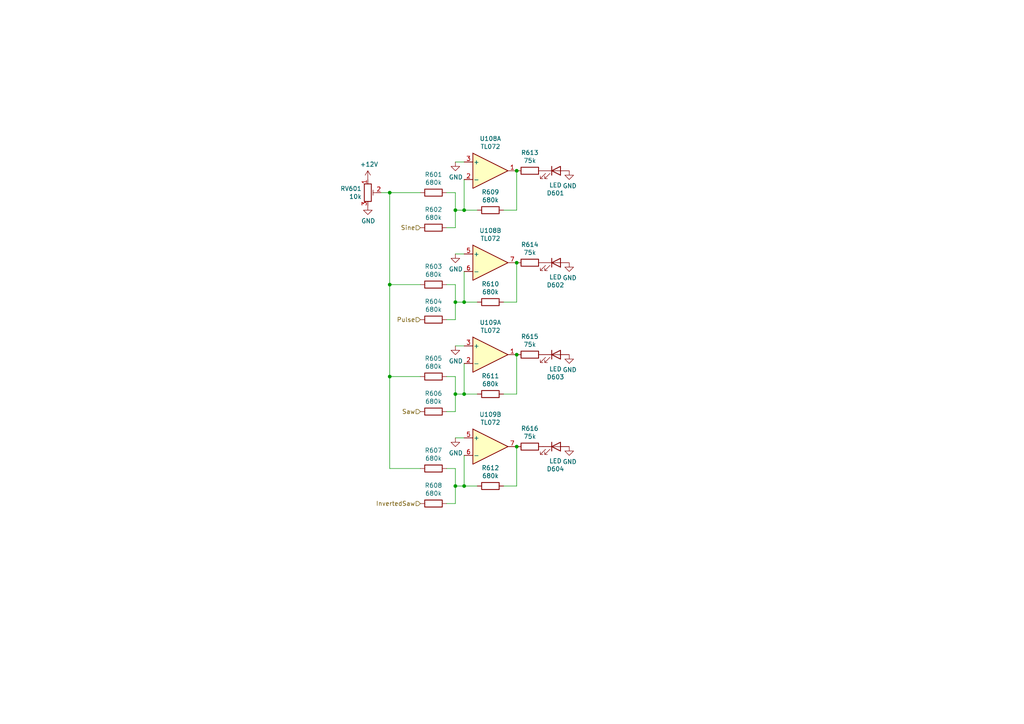
<source format=kicad_sch>
(kicad_sch (version 20211123) (generator eeschema)
  (paper "A4")
  (title_block (title "VCO") (date "2021-06-10") (rev "1.0"))
  (lib_symbols
    (symbol "Amplifier_Operational:TL072" (pin_names (offset 0.127))
      (property "Reference" "U" (at 0 5.08 0))
      (property "Value" "TL072" (at 0 -5.08 0))
      (symbol "TL072_1_1"
        (polyline (pts (xy -5.08 5.08) (xy 5.08 0) (xy -5.08 -5.08) (xy -5.08 5.08)) (stroke (width 0.254)) (fill (type background)))
        (pin output line (at 7.62 0 180) (length 2.54) (name "~") (number "1"))
        (pin input line (at -7.62 -2.54 0) (length 2.54) (name "-") (number "2"))
        (pin input line (at -7.62 2.54 0) (length 2.54) (name "+") (number "3"))
      )
      (symbol "TL072_2_1"
        (polyline (pts (xy -5.08 5.08) (xy 5.08 0) (xy -5.08 -5.08) (xy -5.08 5.08)) (stroke (width 0.254)) (fill (type background)))
        (pin input line (at -7.62 2.54 0) (length 2.54) (name "+") (number "5"))
        (pin input line (at -7.62 -2.54 0) (length 2.54) (name "-") (number "6"))
        (pin output line (at 7.62 0 180) (length 2.54) (name "~") (number "7"))
      )
      (symbol "TL072_3_1"
        (pin power_in line (at -2.54 -7.62 90) (length 3.81) (name "V-") (number "4"))
        (pin power_in line (at -2.54 7.62 270) (length 3.81) (name "V+") (number "8"))
      )
    )
    (symbol "Device:LED" (pin_numbers hide) (pin_names (offset 1.016) hide)
      (property "Reference" "D" (at 0 2.54 0))
      (property "Value" "LED" (at 0 -2.54 0))
      (symbol "LED_0_1"
        (polyline (pts (xy -1.27 -1.27) (xy -1.27 1.27)) (stroke (width 0.254)))
        (polyline (pts (xy -1.27 0) (xy 1.27 0)))
        (polyline (pts (xy 1.27 -1.27) (xy 1.27 1.27) (xy -1.27 0) (xy 1.27 -1.27)) (stroke (width 0.254)))
        (polyline (pts (xy -3.048 -0.762) (xy -4.572 -2.286) (xy -3.81 -2.286) (xy -4.572 -2.286) (xy -4.572 -1.524)))
        (polyline (pts (xy -1.778 -0.762) (xy -3.302 -2.286) (xy -2.54 -2.286) (xy -3.302 -2.286) (xy -3.302 -1.524)))
      )
      (symbol "LED_1_1"
        (pin passive line (at -3.81 0 0) (length 2.54) (name "K") (number "1"))
        (pin passive line (at 3.81 0 180) (length 2.54) (name "A") (number "2"))
      )
    )
    (symbol "Device:R" (pin_numbers hide) (pin_names (offset 0))
      (property "Reference" "R" (at 2.032 0 90))
      (property "Value" "R" (at 0 0 90))
      (symbol "R_0_1"
        (rectangle (start -1.016 -2.54) (end 1.016 2.54) (stroke (width 0.254)))
      )
      (symbol "R_1_1"
        (pin passive line (at 0 3.81 270) (length 1.27) (name "~") (number "1"))
        (pin passive line (at 0 -3.81 90) (length 1.27) (name "~") (number "2"))
      )
    )
    (symbol "Device:R_Potentiometer_Trim" (pin_names (offset 1.016) hide)
      (property "Reference" "RV" (at -4.445 0 90))
      (property "Value" "R_Potentiometer_Trim" (at -2.54 0 90))
      (symbol "R_Potentiometer_Trim_0_1"
        (polyline (pts (xy 1.524 0.762) (xy 1.524 -0.762)))
        (polyline (pts (xy 2.54 0) (xy 1.524 0)))
        (rectangle (start 1.016 2.54) (end -1.016 -2.54) (stroke (width 0.254)))
      )
      (symbol "R_Potentiometer_Trim_1_1"
        (pin passive line (at 0 3.81 270) (length 1.27) (name "1") (number "1"))
        (pin passive line (at 3.81 0 180) (length 1.27) (name "2") (number "2"))
        (pin passive line (at 0 -3.81 90) (length 1.27) (name "3") (number "3"))
      )
    )
    (symbol "power:+12V" (power) (pin_names (offset 0))
      (property "Value" "+12V" (at 0 3.556 0))
      (symbol "+12V_0_1"
        (polyline (pts (xy -0.762 1.27) (xy 0 2.54)))
        (polyline (pts (xy 0 0) (xy 0 2.54)))
        (polyline (pts (xy 0 2.54) (xy 0.762 1.27)))
      )
      (symbol "+12V_1_1"
        (pin power_in line (at 0 0 90) (length 0) hide (name "+12V") (number "1"))
      )
    )
    (symbol "power:GND" (power) (pin_names (offset 0))
      (property "Value" "GND" (at 0 -3.81 0))
      (symbol "GND_0_1"
        (polyline (pts (xy 0 0) (xy 0 -1.27) (xy 1.27 -1.27) (xy 0 -2.54) (xy -1.27 -1.27) (xy 0 -1.27)))
      )
      (symbol "GND_1_1"
        (pin power_in line (at 0 0 270) (length 0) hide (name "GND") (number "1"))
      )
    )
  )
  (junction (at 113.03 55.88))
  (junction (at 134.62 114.3))
  (junction (at 134.62 140.97))
  (junction (at 134.62 60.96))
  (junction (at 113.03 109.22))
  (junction (at 149.86 102.87))
  (junction (at 134.62 87.63))
  (junction (at 149.86 129.54))
  (junction (at 149.86 76.2))
  (junction (at 149.86 49.53))
  (junction (at 113.03 82.55))
  (junction (at 132.08 87.63))
  (junction (at 132.08 114.3))
  (junction (at 132.08 60.96))
  (junction (at 132.08 140.97))
  (wire (pts (xy 134.62 140.97) (xy 138.43 140.97)))
  (wire (pts (xy 129.54 82.55) (xy 132.08 82.55)))
  (wire (pts (xy 132.08 60.96) (xy 134.62 60.96)))
  (wire (pts (xy 132.08 46.99) (xy 134.62 46.99)))
  (wire (pts (xy 132.08 114.3) (xy 132.08 119.38)))
  (wire (pts (xy 149.86 60.96) (xy 149.86 49.53)))
  (wire (pts (xy 132.08 87.63) (xy 132.08 92.71)))
  (wire (pts (xy 134.62 52.07) (xy 134.62 60.96)))
  (wire (pts (xy 132.08 66.04) (xy 129.54 66.04)))
  (wire (pts (xy 129.54 135.89) (xy 132.08 135.89)))
  (wire (pts (xy 132.08 92.71) (xy 129.54 92.71)))
  (wire (pts (xy 132.08 114.3) (xy 134.62 114.3)))
  (wire (pts (xy 146.05 140.97) (xy 149.86 140.97)))
  (wire (pts (xy 134.62 78.74) (xy 134.62 87.63)))
  (wire (pts (xy 132.08 100.33) (xy 134.62 100.33)))
  (wire (pts (xy 134.62 132.08) (xy 134.62 140.97)))
  (wire (pts (xy 134.62 105.41) (xy 134.62 114.3)))
  (wire (pts (xy 132.08 146.05) (xy 129.54 146.05)))
  (wire (pts (xy 113.03 82.55) (xy 113.03 109.22)))
  (wire (pts (xy 113.03 135.89) (xy 121.92 135.89)))
  (wire (pts (xy 129.54 55.88) (xy 132.08 55.88)))
  (wire (pts (xy 113.03 109.22) (xy 113.03 135.89)))
  (wire (pts (xy 121.92 55.88) (xy 113.03 55.88)))
  (wire (pts (xy 132.08 140.97) (xy 132.08 146.05)))
  (wire (pts (xy 113.03 109.22) (xy 121.92 109.22)))
  (wire (pts (xy 134.62 87.63) (xy 138.43 87.63)))
  (wire (pts (xy 132.08 109.22) (xy 132.08 114.3)))
  (wire (pts (xy 146.05 60.96) (xy 149.86 60.96)))
  (wire (pts (xy 149.86 114.3) (xy 149.86 102.87)))
  (wire (pts (xy 132.08 60.96) (xy 132.08 66.04)))
  (wire (pts (xy 132.08 73.66) (xy 134.62 73.66)))
  (wire (pts (xy 132.08 119.38) (xy 129.54 119.38)))
  (wire (pts (xy 132.08 55.88) (xy 132.08 60.96)))
  (wire (pts (xy 132.08 127) (xy 134.62 127)))
  (wire (pts (xy 110.49 55.88) (xy 113.03 55.88)))
  (wire (pts (xy 134.62 114.3) (xy 138.43 114.3)))
  (wire (pts (xy 134.62 60.96) (xy 138.43 60.96)))
  (wire (pts (xy 113.03 82.55) (xy 121.92 82.55)))
  (wire (pts (xy 132.08 87.63) (xy 134.62 87.63)))
  (wire (pts (xy 113.03 55.88) (xy 113.03 82.55)))
  (wire (pts (xy 132.08 82.55) (xy 132.08 87.63)))
  (wire (pts (xy 149.86 140.97) (xy 149.86 129.54)))
  (wire (pts (xy 132.08 140.97) (xy 134.62 140.97)))
  (wire (pts (xy 149.86 87.63) (xy 149.86 76.2)))
  (wire (pts (xy 146.05 87.63) (xy 149.86 87.63)))
  (wire (pts (xy 146.05 114.3) (xy 149.86 114.3)))
  (wire (pts (xy 129.54 109.22) (xy 132.08 109.22)))
  (wire (pts (xy 132.08 135.89) (xy 132.08 140.97)))
  (hierarchical_label "InvertedSaw" (shape input) (at 121.92 146.05 180))
  (hierarchical_label "Saw" (shape input) (at 121.92 119.38 180))
  (hierarchical_label "Sine" (shape input) (at 121.92 66.04 180))
  (hierarchical_label "Pulse" (shape input) (at 121.92 92.71 180))
  (symbol (lib_id "Amplifier_Operational:TL072") (at 142.24 49.53 0) (unit 1)
    (property "Reference" "U108" (at 142.24 40.2082 0))
    (property "Value" "TL072" (at 142.24 42.5196 0))
    (property "Footprint" "Package_DIP:DIP-8_W7.62mm_Socket" (effects hide))
    (property "Datasheet" "http://www.ti.com/lit/ds/symlink/tl071.pdf" (effects hide))
  )
  (symbol (lib_id "Device:R") (at 142.24 60.96 270) (unit 1)
    (property "Reference" "R609" (at 142.24 55.7022 90))
    (property "Value" "680k" (at 142.24 58.0136 90))
    (property "Footprint" "Resistor_THT:R_Axial_DIN0207_L6.3mm_D2.5mm_P7.62mm_Horizontal" (effects hide))
  )
  (symbol (lib_id "Device:R") (at 153.67 49.53 270) (unit 1)
    (property "Reference" "R613" (at 153.67 44.2722 90))
    (property "Value" "75k" (at 153.67 46.5836 90))
    (property "Footprint" "Resistor_THT:R_Axial_DIN0207_L6.3mm_D2.5mm_P7.62mm_Horizontal" (effects hide))
  )
  (symbol (lib_id "Device:R") (at 125.73 55.88 270) (unit 1)
    (property "Reference" "R601" (at 125.73 50.6222 90))
    (property "Value" "680k" (at 125.73 52.9336 90))
    (property "Footprint" "Resistor_THT:R_Axial_DIN0207_L6.3mm_D2.5mm_P7.62mm_Horizontal" (effects hide))
  )
  (symbol (lib_id "power:GND") (at 132.08 46.99 0) (unit 1)
    (property "Reference" "#PWR0603" (effects hide))
    (property "Value" "GND" (at 132.207 51.3842 0))
  )
  (symbol (lib_id "Device:R") (at 125.73 66.04 270) (unit 1)
    (property "Reference" "R602" (at 125.73 60.7822 90))
    (property "Value" "680k" (at 125.73 63.0936 90))
    (property "Footprint" "Resistor_THT:R_Axial_DIN0207_L6.3mm_D2.5mm_P7.62mm_Horizontal" (effects hide))
  )
  (symbol (lib_id "Device:LED") (at 161.29 49.53 0) (unit 1)
    (property "Reference" "D601" (at 161.1122 56.007 0))
    (property "Value" "LED" (at 161.1122 53.6956 0))
    (property "Footprint" "LED_THT:LED_D5.0mm" (effects hide))
  )
  (symbol (lib_id "power:GND") (at 165.1 49.53 0) (unit 1)
    (property "Reference" "#PWR0607" (effects hide))
    (property "Value" "GND" (at 165.227 53.9242 0))
  )
  (symbol (lib_id "power:+12V") (at 106.68 52.07 0) (unit 1)
    (property "Reference" "#PWR0601" (effects hide))
    (property "Value" "+12V" (at 107.061 47.6758 0))
  )
  (symbol (lib_id "power:GND") (at 106.68 59.69 0) (unit 1)
    (property "Reference" "#PWR0602" (effects hide))
    (property "Value" "GND" (at 106.807 64.0842 0))
  )
  (symbol (lib_id "Device:R_Potentiometer_Trim") (at 106.68 55.88 0) (unit 1)
    (property "Reference" "RV601" (at 104.902 54.7116 0) (effects (justify right)))
    (property "Value" "10k" (at 104.902 57.023 0) (effects (justify right)))
    (property "Footprint" "Custom:Potentiometer_Runtron_RM-065_Vertical_Improved" (effects hide))
  )
  (symbol (lib_id "Amplifier_Operational:TL072") (at 142.24 76.2 0) (unit 2)
    (property "Reference" "U108" (at 142.24 66.8782 0))
    (property "Value" "TL072" (at 142.24 69.1896 0))
    (property "Footprint" "Package_DIP:DIP-8_W7.62mm_Socket" (effects hide))
    (property "Datasheet" "http://www.ti.com/lit/ds/symlink/tl071.pdf" (effects hide))
  )
  (symbol (lib_id "Device:R") (at 142.24 87.63 270) (unit 1)
    (property "Reference" "R610" (at 142.24 82.3722 90))
    (property "Value" "680k" (at 142.24 84.6836 90))
    (property "Footprint" "Resistor_THT:R_Axial_DIN0207_L6.3mm_D2.5mm_P7.62mm_Horizontal" (effects hide))
  )
  (symbol (lib_id "Device:R") (at 153.67 76.2 270) (unit 1)
    (property "Reference" "R614" (at 153.67 70.9422 90))
    (property "Value" "75k" (at 153.67 73.2536 90))
    (property "Footprint" "Resistor_THT:R_Axial_DIN0207_L6.3mm_D2.5mm_P7.62mm_Horizontal" (effects hide))
  )
  (symbol (lib_id "Device:R") (at 125.73 82.55 270) (unit 1)
    (property "Reference" "R603" (at 125.73 77.2922 90))
    (property "Value" "680k" (at 125.73 79.6036 90))
    (property "Footprint" "Resistor_THT:R_Axial_DIN0207_L6.3mm_D2.5mm_P7.62mm_Horizontal" (effects hide))
  )
  (symbol (lib_id "power:GND") (at 132.08 73.66 0) (unit 1)
    (property "Reference" "#PWR0604" (effects hide))
    (property "Value" "GND" (at 132.207 78.0542 0))
  )
  (symbol (lib_id "Device:R") (at 125.73 92.71 270) (unit 1)
    (property "Reference" "R604" (at 125.73 87.4522 90))
    (property "Value" "680k" (at 125.73 89.7636 90))
    (property "Footprint" "Resistor_THT:R_Axial_DIN0207_L6.3mm_D2.5mm_P7.62mm_Horizontal" (effects hide))
  )
  (symbol (lib_id "Device:LED") (at 161.29 76.2 0) (unit 1)
    (property "Reference" "D602" (at 161.1122 82.677 0))
    (property "Value" "LED" (at 161.1122 80.3656 0))
    (property "Footprint" "LED_THT:LED_D5.0mm" (effects hide))
  )
  (symbol (lib_id "power:GND") (at 165.1 76.2 0) (unit 1)
    (property "Reference" "#PWR0608" (effects hide))
    (property "Value" "GND" (at 165.227 80.5942 0))
  )
  (symbol (lib_id "Amplifier_Operational:TL072") (at 142.24 102.87 0) (unit 1)
    (property "Reference" "U109" (at 142.24 93.5482 0))
    (property "Value" "TL072" (at 142.24 95.8596 0))
    (property "Footprint" "Package_DIP:DIP-8_W7.62mm_Socket" (effects hide))
    (property "Datasheet" "http://www.ti.com/lit/ds/symlink/tl071.pdf" (effects hide))
  )
  (symbol (lib_id "Device:R") (at 142.24 114.3 270) (unit 1)
    (property "Reference" "R611" (at 142.24 109.0422 90))
    (property "Value" "680k" (at 142.24 111.3536 90))
    (property "Footprint" "Resistor_THT:R_Axial_DIN0207_L6.3mm_D2.5mm_P7.62mm_Horizontal" (effects hide))
  )
  (symbol (lib_id "Device:R") (at 153.67 102.87 270) (unit 1)
    (property "Reference" "R615" (at 153.67 97.6122 90))
    (property "Value" "75k" (at 153.67 99.9236 90))
    (property "Footprint" "Resistor_THT:R_Axial_DIN0207_L6.3mm_D2.5mm_P7.62mm_Horizontal" (effects hide))
  )
  (symbol (lib_id "Device:R") (at 125.73 109.22 270) (unit 1)
    (property "Reference" "R605" (at 125.73 103.9622 90))
    (property "Value" "680k" (at 125.73 106.2736 90))
    (property "Footprint" "Resistor_THT:R_Axial_DIN0207_L6.3mm_D2.5mm_P7.62mm_Horizontal" (effects hide))
  )
  (symbol (lib_id "power:GND") (at 132.08 100.33 0) (unit 1)
    (property "Reference" "#PWR0605" (effects hide))
    (property "Value" "GND" (at 132.207 104.7242 0))
  )
  (symbol (lib_id "Device:R") (at 125.73 119.38 270) (unit 1)
    (property "Reference" "R606" (at 125.73 114.1222 90))
    (property "Value" "680k" (at 125.73 116.4336 90))
    (property "Footprint" "Resistor_THT:R_Axial_DIN0207_L6.3mm_D2.5mm_P7.62mm_Horizontal" (effects hide))
  )
  (symbol (lib_id "Device:LED") (at 161.29 102.87 0) (unit 1)
    (property "Reference" "D603" (at 161.1122 109.347 0))
    (property "Value" "LED" (at 161.1122 107.0356 0))
    (property "Footprint" "LED_THT:LED_D5.0mm" (effects hide))
  )
  (symbol (lib_id "power:GND") (at 165.1 102.87 0) (unit 1)
    (property "Reference" "#PWR0609" (effects hide))
    (property "Value" "GND" (at 165.227 107.2642 0))
  )
  (symbol (lib_id "Amplifier_Operational:TL072") (at 142.24 129.54 0) (unit 2)
    (property "Reference" "U109" (at 142.24 120.2182 0))
    (property "Value" "TL072" (at 142.24 122.5296 0))
    (property "Footprint" "Package_DIP:DIP-8_W7.62mm_Socket" (effects hide))
    (property "Datasheet" "http://www.ti.com/lit/ds/symlink/tl071.pdf" (effects hide))
  )
  (symbol (lib_id "Device:R") (at 142.24 140.97 270) (unit 1)
    (property "Reference" "R612" (at 142.24 135.7122 90))
    (property "Value" "680k" (at 142.24 138.0236 90))
    (property "Footprint" "Resistor_THT:R_Axial_DIN0207_L6.3mm_D2.5mm_P7.62mm_Horizontal" (effects hide))
  )
  (symbol (lib_id "Device:R") (at 153.67 129.54 270) (unit 1)
    (property "Reference" "R616" (at 153.67 124.2822 90))
    (property "Value" "75k" (at 153.67 126.5936 90))
    (property "Footprint" "Resistor_THT:R_Axial_DIN0207_L6.3mm_D2.5mm_P7.62mm_Horizontal" (effects hide))
  )
  (symbol (lib_id "Device:R") (at 125.73 135.89 270) (unit 1)
    (property "Reference" "R607" (at 125.73 130.6322 90))
    (property "Value" "680k" (at 125.73 132.9436 90))
    (property "Footprint" "Resistor_THT:R_Axial_DIN0207_L6.3mm_D2.5mm_P7.62mm_Horizontal" (effects hide))
  )
  (symbol (lib_id "power:GND") (at 132.08 127 0) (unit 1)
    (property "Reference" "#PWR0606" (effects hide))
    (property "Value" "GND" (at 132.207 131.3942 0))
  )
  (symbol (lib_id "Device:R") (at 125.73 146.05 270) (unit 1)
    (property "Reference" "R608" (at 125.73 140.7922 90))
    (property "Value" "680k" (at 125.73 143.1036 90))
    (property "Footprint" "Resistor_THT:R_Axial_DIN0207_L6.3mm_D2.5mm_P7.62mm_Horizontal" (effects hide))
  )
  (symbol (lib_id "Device:LED") (at 161.29 129.54 0) (unit 1)
    (property "Reference" "D604" (at 161.1122 136.017 0))
    (property "Value" "LED" (at 161.1122 133.7056 0))
    (property "Footprint" "LED_THT:LED_D5.0mm" (effects hide))
  )
  (symbol (lib_id "power:GND") (at 165.1 129.54 0) (unit 1)
    (property "Reference" "#PWR0610" (effects hide))
    (property "Value" "GND" (at 165.227 133.9342 0))
  )
)
</source>
